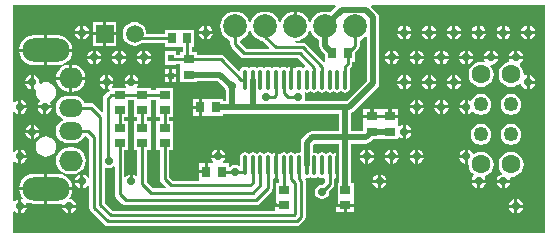
<source format=gtl>
%FSTAX23Y23*%
%MOIN*%
%SFA1B1*%

%IPPOS*%
%ADD15C,0.010000*%
%ADD16R,0.027560X0.037400*%
%ADD17R,0.037400X0.027560*%
%ADD18C,0.078740*%
%ADD19R,0.019680X0.023620*%
%ADD20O,0.015750X0.064960*%
%ADD37C,0.019680*%
%ADD38O,0.078740X0.068900*%
%ADD39O,0.078740X0.059060*%
%ADD40O,0.157480X0.078740*%
%ADD41C,0.062990*%
%ADD42C,0.049210*%
%ADD43R,0.059060X0.059060*%
%ADD44C,0.059060*%
%ADD45C,0.027560*%
%LNmidi_stick-1*%
%LPD*%
G36*
X04601Y02555D02*
X0283D01*
Y02627*
X02834Y02629*
X02835Y02628*
X02843Y02623*
X02847Y02622*
Y02645*
Y02668*
X02843Y02668*
X02835Y02662*
X02834Y02662*
X0283Y02663*
Y02793*
X02834Y02794*
X02835Y02793*
X02843Y02788*
X02847Y02787*
Y02811*
Y02834*
X02843Y02833*
X02835Y02828*
X02834Y02827*
X0283Y02828*
Y02958*
X02834Y02959*
X02835Y02959*
X02843Y02953*
X02847Y02953*
Y02976*
Y02999*
X02843Y02998*
X02835Y02993*
X02834Y02992*
X0283Y02994*
Y03315*
X03904*
X03906Y0331*
X03887Y03291*
X03882Y03293*
X0387Y03294*
X03857Y03293*
X03845Y03288*
X03834Y0328*
X03826Y03269*
X03822Y03259*
X03817*
X03813Y03269*
X03805Y0328*
X03794Y03288*
X03782Y03293*
X03775Y03294*
Y03245*
X03765*
Y03294*
X03757Y03293*
X03745Y03288*
X03734Y0328*
X03726Y03269*
X03722Y03259*
X03717*
X03713Y03269*
X03705Y0328*
X03694Y03288*
X03682Y03293*
X0367Y03294*
X03657Y03293*
X03645Y03288*
X03634Y0328*
X03626Y03269*
X03622Y03259*
X03617*
X03613Y03269*
X03605Y0328*
X03594Y03288*
X03582Y03293*
X0357Y03294*
X03557Y03293*
X03545Y03288*
X03534Y0328*
X03526Y03269*
X03521Y03257*
X0352Y03245*
X03521Y03232*
X03526Y0322*
X03534Y03209*
X03545Y03201*
X03554Y03197*
Y03185*
X03555Y03179*
X03559Y03174*
X03589Y03144*
X03594Y0314*
X036Y03139*
X03778*
X03804Y03114*
X03802Y03109*
X03801Y03109*
X03795Y03105*
X03789Y03109*
X03782Y0311*
X03775Y03109*
X0377Y03105*
X03764Y03109*
X03762Y03109*
Y03067*
X03752*
Y03109*
X0375Y03109*
X03744Y03105*
X03738Y03109*
X03731Y0311*
X03724Y03109*
X03718Y03105*
X03713Y03109*
X03706Y0311*
X03699Y03109*
X03693Y03105*
X03687Y03109*
X0368Y0311*
X03673Y03109*
X03667Y03105*
X03661Y03109*
X03654Y0311*
X03647Y03109*
X03642Y03105*
X03636Y03109*
X03629Y0311*
X03622Y03109*
X03616Y03105*
X0361Y03109*
X03603Y0311*
X03596Y03109*
X0359Y03105*
X03587Y03099*
X03582Y03097*
X03533Y03146*
X03528Y03149*
X03522Y0315*
X03443*
Y03159*
X03425*
Y03176*
X03434*
Y03233*
X03388*
X03386*
X03383*
X03381*
X03335*
Y0322*
X03274*
X03273Y0323*
X03269Y03239*
X03263Y03248*
X03254Y03254*
X03245Y03258*
X03235Y03259*
X03224Y03258*
X03215Y03254*
X03206Y03248*
X032Y03239*
X03196Y0323*
X03195Y0322*
X03196Y03209*
X032Y032*
X03206Y03191*
X03215Y03185*
X03224Y03181*
X03235Y0318*
X03245Y03181*
X03254Y03185*
X0326Y03189*
X03335*
Y03176*
X03381*
X03383*
X03386*
X03388*
X03395*
Y03159*
X03386*
Y0315*
X03374*
Y03161*
X03335*
Y03117*
X03374*
Y0312*
X03386*
Y03111*
Y03108*
Y0306*
X03443*
Y03064*
X0351*
X03535Y03039*
X03536Y03035*
X03538Y03032*
Y02995*
X03528*
Y03003*
X03482*
X03481*
X03477*
X03476*
X03458*
Y02975*
Y02946*
X03476*
X03477*
X03481*
X03482*
X03528*
Y02954*
X03916*
Y02895*
X03826*
X03818Y02893*
X03811Y02889*
X03794Y02871*
X03789Y02865*
X03788Y02857*
Y02827*
X03784Y02824*
X03782Y02825*
X03775Y02823*
X0377Y02819*
X03764Y02823*
X03757Y02825*
X0375Y02823*
X03744Y02819*
X03738Y02823*
X03731Y02825*
X03724Y02823*
X03718Y02819*
X03713Y02823*
X03711Y02824*
Y02782*
Y0274*
X03711Y0274*
X03716Y02737*
Y02724*
X03702*
Y02676*
Y02673*
Y02654*
X03731*
Y02644*
X03702*
Y0263*
X03161*
X03135Y02656*
Y02773*
X03139Y02775*
X0314Y02774*
X0315Y02772*
X03159Y02774*
X03164Y02778*
X03169Y02775*
Y02685*
X0317Y02679*
X03174Y02674*
X03194Y02654*
X03199Y0265*
X03205Y02649*
X0364*
X03645Y0265*
X0365Y02654*
X03691Y02694*
X03694Y02699*
X03695Y02705*
Y02737*
X037Y0274*
X03701Y0274*
Y02782*
Y02824*
X03699Y02823*
X03693Y02819*
X03687Y02823*
X0368Y02825*
X03673Y02823*
X03667Y02819*
X03661Y02823*
X03654Y02825*
X03647Y02823*
X03642Y02819*
X03636Y02823*
X03629Y02825*
X03622Y02823*
X03616Y02819*
X0361Y02823*
X03603Y02825*
X03596Y02823*
X0359Y02819*
X03586Y02813*
X03585Y02806*
Y02782*
X03581Y02779*
X03579Y02781*
X0357Y02782*
X0356Y02781*
X03554Y02776*
X03549Y02778*
X03549Y02779*
Y02788*
X03531*
X0353Y02793*
X0353Y02793*
X03536Y02801*
X03537Y02806*
X0349*
X03491Y02801*
X03496Y02793*
X03496Y02793*
X03495Y02788*
X03479*
Y0276*
X03474*
Y02755*
X0345*
Y02731*
X03446Y0273*
X03361*
X0335Y02741*
Y02831*
X03363*
Y02877*
Y02878*
Y02882*
Y02883*
Y02929*
X0335*
Y02941*
X03363*
Y02987*
Y02988*
Y02992*
Y02993*
Y03039*
X03306*
Y03031*
X03288*
Y03039*
X03246*
X03243Y03044*
X03246Y03049*
X03247Y03054*
X03201*
X03202Y03049*
X03205Y03044*
X03202Y03039*
X03163*
X0316Y03044*
X03164Y03049*
X03164Y03054*
X03146*
Y03035*
X03148Y03036*
X03152Y03032*
X03152Y0303*
X0315Y0303*
X03145Y03026*
X03134Y03015*
X0313Y0301*
X03129Y03004*
Y02962*
X03125Y0296*
X031Y02985*
X03095Y02988*
X0309Y02989*
X03068*
X03066Y02994*
X03059Y03002*
X03051Y03008*
X03042Y03012*
X03031Y03014*
X03012*
X03001Y03012*
X02992Y03008*
X02983Y03002*
X02977Y02994*
X02973Y02984*
X02972Y02974*
X02973Y02964*
X02977Y02954*
X02983Y02946*
X02992Y02939*
X02997Y02937*
Y02932*
X02992Y0293*
X02983Y02923*
X02977Y02915*
X02973Y02905*
X02972Y02895*
X02973Y02885*
X02977Y02875*
X02983Y02867*
X02992Y02861*
X03001Y02857*
X03012Y02855*
X03031*
X03042Y02857*
X03051Y02861*
X03059Y02867*
X03066Y02875*
X03068Y0288*
X03073*
X03084Y02868*
Y02741*
X03079Y0274*
X03076Y02745*
X03068Y0275*
X03064Y02751*
Y02728*
Y02705*
X03068Y02705*
X03076Y02711*
X03079Y02716*
X03084Y02714*
Y0264*
X03085Y02634*
X03089Y02629*
X03134Y02584*
X03139Y0258*
X03145Y02579*
X03775*
X0378Y0258*
X03785Y02584*
X038Y02599*
X03804Y02604*
X03805Y0261*
Y0273*
X03804Y02735*
X03805Y02737*
X03807Y02739*
X03808Y02739*
X03815Y0274*
X03821Y02744*
X03827Y0274*
X03833Y02739*
X0384Y0274*
X03846Y02744*
X03852Y0274*
X03859Y02739*
X03864Y0274*
X03869Y02737*
Y02725*
X03862Y02717*
X0386Y02717*
X0385Y02716*
X03842Y0271*
X03837Y02702*
X03835Y02693*
X03837Y02684*
X03842Y02676*
X0385Y02671*
X0386Y02669*
X03869Y02671*
X03877Y02676*
X03882Y02684*
X03884Y02693*
X03883Y02695*
X03895Y02708*
X03899Y02713*
X039Y02718*
Y02737*
X03905Y0274*
X03905Y0274*
Y02782*
Y02824*
X03903Y02823*
X03897Y02819*
X03892Y02823*
X03885Y02825*
X03878Y02823*
X03872Y02819*
X03866Y02823*
X03859Y02825*
X03852Y02823*
X03846Y02819*
X0384Y02823*
X03833Y02825*
X03832Y02824*
X03828Y02827*
Y02849*
X03834Y02854*
X03916*
Y02827*
X03915Y02827*
Y02782*
Y02736*
X03916Y02736*
Y02724*
X03907*
Y02678*
Y02676*
Y02673*
Y02671*
Y02654*
X03936*
X03965*
Y02671*
Y02673*
Y02676*
Y02678*
Y02724*
X03956*
Y02782*
Y02854*
X04005*
X04013Y02856*
X04019Y0286*
X04029Y0287*
X04053*
X04056*
X04113*
Y02872*
X04118Y02875*
X04124Y02871*
X04128Y0287*
Y02893*
Y02916*
X04124Y02916*
X04118Y02912*
X04113Y02914*
Y02918*
Y02921*
Y02923*
Y0294*
X04085*
Y02945*
X0408*
Y02969*
X04058*
X04055*
X04051*
X0403*
Y02945*
X04025*
Y0294*
X03996*
Y02923*
Y02921*
Y02918*
Y02916*
Y02895*
X03956*
Y02956*
X03957Y02956*
X03964Y0296*
X04044Y0304*
X04048Y03047*
X0405Y03055*
Y03275*
X04048Y03282*
X04044Y03289*
X04023Y0331*
X04025Y03315*
X04601*
Y02555*
G37*
G36*
X03626Y0322D02*
X03634Y03209D01*
X03645Y03201*
X03657Y03196*
X03662Y03196*
X03683Y03174*
X03681Y0317*
X03606*
X03585Y03191*
Y03197*
X03594Y03201*
X03605Y03209*
X03613Y0322*
X03617Y0323*
X03622*
X03626Y0322*
G37*
G36*
X03826D02*
X03834Y03209D01*
X03845Y03201*
X03849Y03199*
Y03179*
X03851Y03171*
X03855Y03165*
X0387Y0315*
Y03128*
X03865Y03125*
X03805Y03185*
X038Y03189*
X03795Y0319*
X03771*
X0377Y03195*
X03782Y03196*
X03794Y03201*
X03805Y03209*
X03813Y0322*
X03817Y0323*
X03822*
X03826Y0322*
G37*
G36*
X04008Y03208D02*
X04009Y03208D01*
Y03063*
X03941Y02995*
X03804*
X03801Y02999*
X03802Y03*
X03804Y0301*
X03802Y03019*
X03801Y03021*
X03804Y03025*
X03808Y03024*
X03815Y03026*
X03821Y0303*
X03827Y03026*
X03833Y03024*
X0384Y03026*
X03846Y0303*
X03852Y03026*
X03859Y03024*
X03866Y03026*
X03872Y0303*
X03878Y03026*
X03885Y03024*
X03892Y03026*
X03897Y0303*
X03903Y03026*
X0391Y03024*
X03917Y03026*
X03923Y0303*
X03929Y03026*
X03936Y03024*
X03943Y03026*
X03949Y0303*
X03953Y03036*
X03954Y03043*
Y03092*
X03953Y03099*
X03951Y03101*
Y03105*
X03956Y03109*
X03959Y03114*
X0396Y0312*
Y03126*
X03969*
Y03157*
X0398Y03168*
X03984Y03173*
X03985Y03179*
Y03197*
X03994Y03201*
X04004Y03209*
X04008Y03208*
G37*
G36*
X03231Y02993D02*
Y02992D01*
Y02988*
Y02987*
Y02941*
X03244*
Y02929*
X03231*
Y02883*
Y02882*
Y02878*
Y02877*
Y02831*
X03244*
Y02749*
X03239Y02746*
X03233Y0275*
X03229Y02751*
Y02728*
X03219*
Y02751*
X03215Y0275*
X03207Y02745*
X03205Y02742*
X032Y02744*
Y02831*
X03213*
Y02878*
Y02882*
Y02929*
X032*
Y02941*
X03213*
Y02988*
Y02992*
Y03*
X03231*
Y02993*
G37*
G36*
X03306D02*
Y02992D01*
Y02988*
Y02987*
Y02941*
X03319*
Y02929*
X03306*
Y02883*
Y02882*
Y02878*
Y02877*
Y02831*
X03319*
Y02735*
X0332Y02729*
X03324Y02724*
X03338Y02709*
X03336Y02705*
X03296*
X03275Y02726*
Y02831*
X03288*
Y02877*
Y02878*
Y02882*
Y02883*
Y02929*
X03275*
Y02941*
X03288*
Y02987*
Y02988*
Y02992*
Y02993*
Y03*
X03306*
Y02993*
G37*
%LNmidi_stick-2*%
%LPC*%
G36*
X04552Y03247D02*
Y03229D01*
X0457*
X04569Y03233*
X04564Y03241*
X04556Y03246*
X04552Y03247*
G37*
G36*
X04542D02*
X04537Y03246D01*
X0453Y03241*
X04524Y03233*
X04523Y03229*
X04542*
Y03247*
G37*
G36*
X04469D02*
Y03229D01*
X04487*
X04486Y03233*
X04481Y03241*
X04473Y03246*
X04469Y03247*
G37*
G36*
X04459D02*
X04455Y03246D01*
X04447Y03241*
X04442Y03233*
X04441Y03229*
X04459*
Y03247*
G37*
G36*
X04386D02*
Y03229D01*
X04405*
X04404Y03233*
X04399Y03241*
X04391Y03246*
X04386Y03247*
G37*
G36*
X04376D02*
X04372Y03246D01*
X04364Y03241*
X04359Y03233*
X04358Y03229*
X04376*
Y03247*
G37*
G36*
X04304D02*
Y03229D01*
X04322*
X04321Y03233*
X04316Y03241*
X04308Y03246*
X04304Y03247*
G37*
G36*
X04294D02*
X04289Y03246D01*
X04282Y03241*
X04276Y03233*
X04275Y03229*
X04294*
Y03247*
G37*
G36*
X04221D02*
Y03229D01*
X04239*
X04238Y03233*
X04233Y03241*
X04225Y03246*
X04221Y03247*
G37*
G36*
X04211D02*
X04207Y03246D01*
X04199Y03241*
X04194Y03233*
X04193Y03229*
X04211*
Y03247*
G37*
G36*
X04138D02*
Y03229D01*
X04157*
X04156Y03233*
X04151Y03241*
X04143Y03246*
X04138Y03247*
G37*
G36*
X04128D02*
X04124Y03246D01*
X04116Y03241*
X04111Y03233*
X0411Y03229*
X04128*
Y03247*
G37*
G36*
X03477D02*
Y03229D01*
X03495*
X03494Y03233*
X03489Y03241*
X03481Y03246*
X03477Y03247*
G37*
G36*
X03467D02*
X03463Y03246D01*
X03455Y03241*
X0345Y03233*
X03449Y03229*
X03467*
Y03247*
G37*
G36*
X03064D02*
Y03229D01*
X03082*
X03081Y03233*
X03076Y03241*
X03068Y03246*
X03064Y03247*
G37*
G36*
X03054D02*
X03049Y03246D01*
X03041Y03241*
X03036Y03233*
X03035Y03229*
X03054*
Y03247*
G37*
G36*
X03174Y03259D02*
X0314D01*
Y03225*
X03174*
Y03259*
G37*
G36*
X0313D02*
X03095D01*
Y03225*
X0313*
Y03259*
G37*
G36*
X0457Y03219D02*
X04552D01*
Y03201*
X04556Y03202*
X04564Y03207*
X04569Y03215*
X0457Y03219*
G37*
G36*
X04542D02*
X04523D01*
X04524Y03215*
X0453Y03207*
X04537Y03202*
X04542Y03201*
Y03219*
G37*
G36*
X04487D02*
X04469D01*
Y03201*
X04473Y03202*
X04481Y03207*
X04486Y03215*
X04487Y03219*
G37*
G36*
X04459D02*
X04441D01*
X04442Y03215*
X04447Y03207*
X04455Y03202*
X04459Y03201*
Y03219*
G37*
G36*
X04405D02*
X04386D01*
Y03201*
X04391Y03202*
X04399Y03207*
X04404Y03215*
X04405Y03219*
G37*
G36*
X04376D02*
X04358D01*
X04359Y03215*
X04364Y03207*
X04372Y03202*
X04376Y03201*
Y03219*
G37*
G36*
X04322D02*
X04304D01*
Y03201*
X04308Y03202*
X04316Y03207*
X04321Y03215*
X04322Y03219*
G37*
G36*
X04294D02*
X04275D01*
X04276Y03215*
X04282Y03207*
X04289Y03202*
X04294Y03201*
Y03219*
G37*
G36*
X04239D02*
X04221D01*
Y03201*
X04225Y03202*
X04233Y03207*
X04238Y03215*
X04239Y03219*
G37*
G36*
X04211D02*
X04193D01*
X04194Y03215*
X04199Y03207*
X04207Y03202*
X04211Y03201*
Y03219*
G37*
G36*
X04157D02*
X04138D01*
Y03201*
X04143Y03202*
X04151Y03207*
X04156Y03215*
X04157Y03219*
G37*
G36*
X04128D02*
X0411D01*
X04111Y03215*
X04116Y03207*
X04124Y03202*
X04128Y03201*
Y03219*
G37*
G36*
X03495D02*
X03477D01*
Y03201*
X03481Y03202*
X03489Y03207*
X03494Y03215*
X03495Y03219*
G37*
G36*
X03467D02*
X03449D01*
X0345Y03215*
X03455Y03207*
X03463Y03202*
X03467Y03201*
Y03219*
G37*
G36*
X03082D02*
X03064D01*
Y03201*
X03068Y03202*
X03076Y03207*
X03081Y03215*
X03082Y03219*
G37*
G36*
X03054D02*
X03035D01*
X03036Y03215*
X03041Y03207*
X03049Y03202*
X03054Y03201*
Y03219*
G37*
G36*
X03174Y03215D02*
X0314D01*
Y0318*
X03174*
Y03215*
G37*
G36*
X0313D02*
X03095D01*
Y0318*
X0313*
Y03215*
G37*
G36*
X02978Y03215D02*
X02944D01*
Y0317*
X03027*
X03026Y03178*
X03021Y0319*
X03013Y032*
X03003Y03208*
X02991Y03213*
X02978Y03215*
G37*
G36*
X02934D02*
X02899D01*
X02886Y03213*
X02874Y03208*
X02864Y032*
X02856Y0319*
X02851Y03178*
X0285Y0317*
X02934*
Y03215*
G37*
G36*
X0451Y03164D02*
Y03146D01*
X04529*
X04528Y03151*
X04523Y03158*
X04515Y03164*
X0451Y03164*
G37*
G36*
X045D02*
X04496Y03164D01*
X04488Y03158*
X04483Y03151*
X04482Y03146*
X045*
Y03164*
G37*
G36*
X04428D02*
Y03146D01*
X04446*
X04445Y03151*
X0444Y03158*
X04432Y03164*
X04428Y03164*
G37*
G36*
X04418D02*
X04413Y03164D01*
X04406Y03158*
X044Y03151*
X04399Y03146*
X04418*
Y03164*
G37*
G36*
X04345D02*
Y03146D01*
X04363*
X04362Y03151*
X04357Y03158*
X04349Y03164*
X04345Y03164*
G37*
G36*
X04335D02*
X04331Y03164D01*
X04323Y03158*
X04318Y03151*
X04317Y03146*
X04335*
Y03164*
G37*
G36*
X04262D02*
Y03146D01*
X04281*
X0428Y03151*
X04275Y03158*
X04267Y03164*
X04262Y03164*
G37*
G36*
X04252D02*
X04248Y03164D01*
X0424Y03158*
X04235Y03151*
X04234Y03146*
X04252*
Y03164*
G37*
G36*
X0418D02*
Y03146D01*
X04198*
X04197Y03151*
X04192Y03158*
X04184Y03164*
X0418Y03164*
G37*
G36*
X0417D02*
X04165Y03164D01*
X04158Y03158*
X04152Y03151*
X04151Y03146*
X0417*
Y03164*
G37*
G36*
X04097D02*
Y03146D01*
X04115*
X04114Y03151*
X04109Y03158*
X04101Y03164*
X04097Y03164*
G37*
G36*
X04087D02*
X04083Y03164D01*
X04075Y03158*
X0407Y03151*
X04069Y03146*
X04087*
Y03164*
G37*
G36*
X0327D02*
Y03146D01*
X03289*
X03288Y03151*
X03282Y03158*
X03275Y03164*
X0327Y03164*
G37*
G36*
X0326D02*
X03256Y03164D01*
X03248Y03158*
X03243Y03151*
X03242Y03146*
X0326*
Y03164*
G37*
G36*
X03188D02*
Y03146D01*
X03206*
X03205Y03151*
X032Y03158*
X03192Y03164*
X03188Y03164*
G37*
G36*
X03178D02*
X03173Y03164D01*
X03165Y03158*
X0316Y03151*
X03159Y03146*
X03178*
Y03164*
G37*
G36*
X03105D02*
Y03146D01*
X03123*
X03122Y03151*
X03117Y03158*
X03109Y03164*
X03105Y03164*
G37*
G36*
X03095D02*
X03091Y03164D01*
X03083Y03158*
X03078Y03151*
X03077Y03146*
X03095*
Y03164*
G37*
G36*
X04446Y03136D02*
X04399D01*
X044Y03132*
X04402Y0313*
X04402Y03128*
X04399Y03125*
X0439Y03126*
X04379Y03125*
X04369Y03121*
X0436Y03114*
X04353Y03105*
X04349Y03095*
X04348Y03085*
X04349Y03074*
X04353Y03064*
X0436Y03055*
X04369Y03048*
X04379Y03044*
X0439Y03043*
X044Y03044*
X0441Y03048*
X04419Y03055*
X04426Y03064*
X0443Y03074*
X04431Y03085*
X0443Y03095*
X04426Y03105*
X0442Y03112*
X04422Y03115*
X04423Y03117*
X04432Y03119*
X0444Y03124*
X04445Y03132*
X04446Y03136*
G37*
G36*
X04363D02*
X04345D01*
Y03118*
X04349Y03119*
X04357Y03124*
X04362Y03132*
X04363Y03136*
G37*
G36*
X04335D02*
X04317D01*
X04318Y03132*
X04323Y03124*
X04331Y03119*
X04335Y03118*
Y03136*
G37*
G36*
X04281D02*
X04262D01*
Y03118*
X04267Y03119*
X04275Y03124*
X0428Y03132*
X04281Y03136*
G37*
G36*
X04252D02*
X04234D01*
X04235Y03132*
X0424Y03124*
X04248Y03119*
X04252Y03118*
Y03136*
G37*
G36*
X04198D02*
X0418D01*
Y03118*
X04184Y03119*
X04192Y03124*
X04197Y03132*
X04198Y03136*
G37*
G36*
X0417D02*
X04151D01*
X04152Y03132*
X04158Y03124*
X04165Y03119*
X0417Y03118*
Y03136*
G37*
G36*
X04115D02*
X04097D01*
Y03118*
X04101Y03119*
X04109Y03124*
X04114Y03132*
X04115Y03136*
G37*
G36*
X04087D02*
X04069D01*
X0407Y03132*
X04075Y03124*
X04083Y03119*
X04087Y03118*
Y03136*
G37*
G36*
X03289D02*
X0327D01*
Y03118*
X03275Y03119*
X03282Y03124*
X03288Y03132*
X03289Y03136*
G37*
G36*
X0326D02*
X03242D01*
X03243Y03132*
X03248Y03124*
X03256Y03119*
X0326Y03118*
Y03136*
G37*
G36*
X03206D02*
X03188D01*
Y03118*
X03192Y03119*
X032Y03124*
X03205Y03132*
X03206Y03136*
G37*
G36*
X03178D02*
X03159D01*
X0316Y03132*
X03165Y03124*
X03173Y03119*
X03178Y03118*
Y03136*
G37*
G36*
X03123D02*
X03105D01*
Y03118*
X03109Y03119*
X03117Y03124*
X03122Y03132*
X03123Y03136*
G37*
G36*
X03095D02*
X03077D01*
X03078Y03132*
X03083Y03124*
X03091Y03119*
X03095Y03118*
Y03136*
G37*
G36*
X03027Y0316D02*
X02944D01*
Y03115*
X02978*
X02991Y03117*
X03003Y03122*
X03013Y0313*
X03021Y0314*
X03026Y03152*
X03027Y0316*
G37*
G36*
X02934D02*
X0285D01*
X02851Y03152*
X02856Y0314*
X02864Y0313*
X02874Y03122*
X02886Y03117*
X02899Y03115*
X02934*
Y0316*
G37*
G36*
X03374Y03102D02*
X0336D01*
Y03085*
X03374*
Y03102*
G37*
G36*
X0335D02*
X03335D01*
Y03085*
X0335*
Y03102*
G37*
G36*
X03026Y03117D02*
Y03077D01*
X0307*
X0307Y03084*
X03065Y03095*
X03058Y03104*
X03049Y03111*
X03038Y03116*
X03026Y03117*
G37*
G36*
X03016D02*
X03005Y03116D01*
X02994Y03111*
X02985Y03104*
X02978Y03095*
X02973Y03084*
X02972Y03077*
X03016*
Y03117*
G37*
G36*
X04552Y03082D02*
Y03064D01*
X0457*
X04569Y03068*
X04564Y03076*
X04556Y03081*
X04552Y03082*
G37*
G36*
X04304D02*
Y03064D01*
X04322*
X04321Y03068*
X04316Y03076*
X04308Y03081*
X04304Y03082*
G37*
G36*
X04294D02*
X04289Y03081D01*
X04282Y03076*
X04276Y03068*
X04275Y03064*
X04294*
Y03082*
G37*
G36*
X04221D02*
Y03064D01*
X04239*
X04238Y03068*
X04233Y03076*
X04225Y03081*
X04221Y03082*
G37*
G36*
X04211D02*
X04207Y03081D01*
X04199Y03076*
X04194Y03068*
X04193Y03064*
X04211*
Y03082*
G37*
G36*
X04138D02*
Y03064D01*
X04157*
X04156Y03068*
X04151Y03076*
X04143Y03081*
X04138Y03082*
G37*
G36*
X04128D02*
X04124Y03081D01*
X04116Y03076*
X04111Y03068*
X0411Y03064*
X04128*
Y03082*
G37*
G36*
X03229D02*
Y03064D01*
X03247*
X03246Y03068*
X03241Y03076*
X03233Y03081*
X03229Y03082*
G37*
G36*
X03219D02*
X03215Y03081D01*
X03207Y03076*
X03202Y03068*
X03201Y03064*
X03219*
Y03082*
G37*
G36*
X03146D02*
Y03064D01*
X03164*
X03164Y03068*
X03158Y03076*
X03151Y03081*
X03146Y03082*
G37*
G36*
X03136D02*
X03132Y03081D01*
X03124Y03076*
X03119Y03068*
X03118Y03064*
X03136*
Y03082*
G37*
G36*
X02888D02*
X02884Y03081D01*
X02876Y03076*
X02871Y03068*
X0287Y03064*
X02888*
Y03082*
G37*
G36*
X03374Y03075D02*
X0336D01*
Y03058*
X03374*
Y03075*
G37*
G36*
X0335D02*
X03335D01*
Y03058*
X0335*
Y03075*
G37*
G36*
X0457Y03054D02*
X04552D01*
Y03035*
X04556Y03036*
X04564Y03041*
X04569Y03049*
X0457Y03054*
G37*
G36*
X04529Y03136D02*
X04482D01*
X04483Y03132*
X04484Y0313*
X04482Y03125*
X04479Y03125*
X04469Y03121*
X0446Y03114*
X04453Y03105*
X04449Y03095*
X04448Y03085*
X04449Y03074*
X04453Y03064*
X0446Y03055*
X04469Y03048*
X04479Y03044*
X0449Y03043*
X045Y03044*
X0451Y03048*
X04518Y03054*
X04522Y03054*
X04524Y03053*
X04524Y03049*
X0453Y03041*
X04537Y03036*
X04542Y03035*
Y03059*
Y03082*
X04537Y03081*
X04535Y0308*
X04531Y03082*
X04531Y03085*
X0453Y03095*
X04526Y03105*
X04519Y03114*
X04518Y03115*
X04518Y03121*
X04523Y03124*
X04528Y03132*
X04529Y03136*
G37*
G36*
X04322Y03054D02*
X04304D01*
Y03035*
X04308Y03036*
X04316Y03041*
X04321Y03049*
X04322Y03054*
G37*
G36*
X04294D02*
X04275D01*
X04276Y03049*
X04282Y03041*
X04289Y03036*
X04294Y03035*
Y03054*
G37*
G36*
X04239D02*
X04221D01*
Y03035*
X04225Y03036*
X04233Y03041*
X04238Y03049*
X04239Y03054*
G37*
G36*
X04211D02*
X04193D01*
X04194Y03049*
X04199Y03041*
X04207Y03036*
X04211Y03035*
Y03054*
G37*
G36*
X04157D02*
X04138D01*
Y03035*
X04143Y03036*
X04151Y03041*
X04156Y03049*
X04157Y03054*
G37*
G36*
X04128D02*
X0411D01*
X04111Y03049*
X04116Y03041*
X04124Y03036*
X04128Y03035*
Y03054*
G37*
G36*
X03136D02*
X03118D01*
X03119Y03049*
X03124Y03041*
X03132Y03036*
X03136Y03035*
Y03054*
G37*
G36*
X02888D02*
X0287D01*
X02871Y03049*
X02876Y03041*
X02884Y03036*
X02888Y03035*
Y03054*
G37*
G36*
X0307Y03067D02*
X03026D01*
Y03027*
X03038Y03029*
X03049Y03033*
X03058Y03041*
X03065Y0305*
X0307Y03061*
X0307Y03067*
G37*
G36*
X03016D02*
X02972D01*
X02973Y03061*
X02978Y0305*
X02985Y03041*
X02994Y03033*
X03005Y03029*
X03016Y03027*
Y03067*
G37*
G36*
X0439Y03019D02*
X0438Y03018D01*
X04372Y03015*
X04365Y03009*
X04359Y03002*
X04357Y02998*
X04353Y02996*
X04349Y02998*
X04345Y02999*
Y02976*
Y02953*
X04349Y02953*
X04357Y02959*
X04359Y02961*
X04364Y02961*
X04365Y0296*
X04372Y02954*
X0438Y02951*
X0439Y0295*
X04399Y02951*
X04407Y02954*
X04414Y0296*
X0442Y02967*
X04423Y02975*
X04424Y02985*
X04423Y02994*
X0442Y03002*
X04414Y03009*
X04407Y03015*
X04399Y03018*
X0439Y03019*
G37*
G36*
X04335Y02999D02*
X04331Y02998D01*
X04323Y02993*
X04318Y02985*
X04317Y02981*
X04335*
Y02999*
G37*
G36*
X04262D02*
Y02981D01*
X04281*
X0428Y02985*
X04275Y02993*
X04267Y02998*
X04262Y02999*
G37*
G36*
X04252D02*
X04248Y02998D01*
X0424Y02993*
X04235Y02985*
X04234Y02981*
X04252*
Y02999*
G37*
G36*
X0418D02*
Y02981D01*
X04198*
X04197Y02985*
X04192Y02993*
X04184Y02998*
X0418Y02999*
G37*
G36*
X0417D02*
X04165Y02998D01*
X04158Y02993*
X04152Y02985*
X04151Y02981*
X0417*
Y02999*
G37*
G36*
X02898Y03082D02*
Y03059D01*
Y03035*
X02901Y03036*
X02903Y03035*
X02904Y03034*
X02906Y03032*
X02905Y03025*
X02906Y03016*
X02909Y03008*
X02915Y03001*
X02918Y02998*
X02918Y02993*
X02917Y02993*
X02912Y02985*
X02911Y02981*
X02958*
X02957Y02985*
X02954Y0299*
X02956Y02996*
X02963Y03001*
X02968Y03008*
X02971Y03016*
X02973Y03025*
X02971Y03034*
X02968Y03042*
X02963Y03049*
X02956Y03054*
X02947Y03058*
X02939Y03059*
X0293Y03058*
X02922Y03054*
X02921Y03054*
X02917Y03057*
X02917Y03059*
X02916Y03068*
X0291Y03076*
X02902Y03081*
X02898Y03082*
G37*
G36*
X02857Y02999D02*
Y02981D01*
X02875*
X02874Y02985*
X02869Y02993*
X02861Y02998*
X02857Y02999*
G37*
G36*
X03448Y03003D02*
X0343D01*
Y0298*
X03448*
Y03003*
G37*
G36*
X04335Y02971D02*
X04317D01*
X04318Y02967*
X04323Y02959*
X04331Y02953*
X04335Y02953*
Y02971*
G37*
G36*
X04281D02*
X04262D01*
Y02953*
X04267Y02953*
X04275Y02959*
X0428Y02967*
X04281Y02971*
G37*
G36*
X04252D02*
X04234D01*
X04235Y02967*
X0424Y02959*
X04248Y02953*
X04252Y02953*
Y02971*
G37*
G36*
X04198D02*
X0418D01*
Y02953*
X04184Y02953*
X04192Y02959*
X04197Y02967*
X04198Y02971*
G37*
G36*
X0417D02*
X04151D01*
X04152Y02967*
X04158Y02959*
X04165Y02953*
X0417Y02953*
Y02971*
G37*
G36*
X02958D02*
X0294D01*
Y02953*
X02944Y02953*
X02952Y02959*
X02957Y02967*
X02958Y02971*
G37*
G36*
X0293D02*
X02911D01*
X02912Y02967*
X02917Y02959*
X02925Y02953*
X0293Y02953*
Y02971*
G37*
G36*
X02875D02*
X02857D01*
Y02953*
X02861Y02953*
X02869Y02959*
X02874Y02967*
X02875Y02971*
G37*
G36*
X0409Y02969D02*
Y0295D01*
X04113*
Y02969*
X0409*
G37*
G36*
X0402D02*
X03996D01*
Y0295*
X0402*
Y02969*
G37*
G36*
X0449Y03019D02*
X0448Y03018D01*
X04472Y03015*
X04465Y03009*
X04459Y03002*
X04456Y02994*
X04455Y02985*
X04456Y02975*
X04459Y02967*
X04465Y0296*
X04472Y02954*
X0448Y02951*
X0449Y0295*
X04499Y02951*
X04507Y02954*
X04514Y0296*
X0452Y02967*
X04523Y02975*
X04524Y02985*
X04523Y02994*
X0452Y03002*
X04514Y03009*
X04507Y03015*
X04499Y03018*
X0449Y03019*
G37*
G36*
X03448Y0297D02*
X0343D01*
Y02946*
X03448*
Y0297*
G37*
G36*
X04138Y02916D02*
Y02898D01*
X04157*
X04156Y02902*
X04151Y0291*
X04143Y02916*
X04138Y02916*
G37*
G36*
X02898D02*
Y02898D01*
X02916*
X02916Y02902*
X0291Y0291*
X02902Y02916*
X02898Y02916*
G37*
G36*
X02888D02*
X02884Y02916D01*
X02876Y0291*
X02871Y02902*
X0287Y02898*
X02888*
Y02916*
G37*
G36*
X04157Y02888D02*
X04138D01*
Y0287*
X04143Y02871*
X04151Y02876*
X04156Y02884*
X04157Y02888*
G37*
G36*
X02916D02*
X02898D01*
Y0287*
X02902Y02871*
X0291Y02876*
X02916Y02884*
X02916Y02888*
G37*
G36*
X02888D02*
X0287D01*
X02871Y02884*
X02876Y02876*
X02884Y02871*
X02888Y0287*
Y02888*
G37*
G36*
X0449Y02919D02*
X0448Y02918D01*
X04472Y02915*
X04465Y02909*
X04459Y02902*
X04456Y02894*
X04455Y02885*
X04456Y02875*
X04459Y02867*
X04465Y0286*
X04472Y02854*
X0448Y02851*
X0449Y0285*
X04499Y02851*
X04507Y02854*
X04514Y0286*
X0452Y02867*
X04523Y02875*
X04524Y02885*
X04523Y02894*
X0452Y02902*
X04514Y02909*
X04507Y02915*
X04499Y02918*
X0449Y02919*
G37*
G36*
X0439D02*
X0438Y02918D01*
X04372Y02915*
X04365Y02909*
X04359Y02902*
X04356Y02894*
X04355Y02885*
X04356Y02875*
X04359Y02867*
X04365Y0286*
X04372Y02854*
X0438Y02851*
X0439Y0285*
X04399Y02851*
X04407Y02854*
X04414Y0286*
X0442Y02867*
X04423Y02875*
X04424Y02885*
X04423Y02894*
X0442Y02902*
X04414Y02909*
X04407Y02915*
X04399Y02918*
X0439Y02919*
G37*
G36*
X04335Y02834D02*
X04331Y02833D01*
X04323Y02828*
X04318Y0282*
X04317Y02816*
X04335*
Y02834*
G37*
G36*
X0418D02*
Y02816D01*
X04198*
X04197Y0282*
X04192Y02828*
X04184Y02833*
X0418Y02834*
G37*
G36*
X0417D02*
X04165Y02833D01*
X04158Y02828*
X04152Y0282*
X04151Y02816*
X0417*
Y02834*
G37*
G36*
X04097D02*
Y02816D01*
X04115*
X04114Y0282*
X04109Y02828*
X04101Y02833*
X04097Y02834*
G37*
G36*
X04087D02*
X04083Y02833D01*
X04075Y02828*
X0407Y0282*
X04069Y02816*
X04087*
Y02834*
G37*
G36*
X04014D02*
Y02816D01*
X04033*
X04032Y0282*
X04026Y02828*
X04019Y02833*
X04014Y02834*
G37*
G36*
X04004D02*
X04Y02833D01*
X03992Y02828*
X03987Y0282*
X03986Y02816*
X04004*
Y02834*
G37*
G36*
X03518D02*
Y02816D01*
X03537*
X03536Y0282*
X0353Y02828*
X03523Y02833*
X03518Y02834*
G37*
G36*
X03508D02*
X03504Y02833D01*
X03496Y02828*
X03491Y0282*
X0349Y02816*
X03508*
Y02834*
G37*
G36*
X02857D02*
Y02816D01*
X02875*
X02874Y0282*
X02869Y02828*
X02861Y02833*
X02857Y02834*
G37*
G36*
X02939Y02878D02*
X0293Y02877D01*
X02922Y02873*
X02915Y02868*
X02909Y02861*
X02906Y02853*
X02905Y02844*
X02906Y02835*
X02909Y02827*
X02915Y0282*
X02922Y02815*
X0293Y02811*
X02939Y0281*
X02947Y02811*
X02956Y02815*
X02963Y0282*
X02968Y02827*
X02971Y02835*
X02973Y02844*
X02971Y02853*
X02968Y02861*
X02963Y02868*
X02956Y02873*
X02947Y02877*
X02939Y02878*
G37*
G36*
X04335Y02806D02*
X04317D01*
X04318Y02801*
X04323Y02793*
X04331Y02788*
X04335Y02787*
Y02806*
G37*
G36*
X04198D02*
X0418D01*
Y02787*
X04184Y02788*
X04192Y02793*
X04197Y02801*
X04198Y02806*
G37*
G36*
X0417D02*
X04151D01*
X04152Y02801*
X04158Y02793*
X04165Y02788*
X0417Y02787*
Y02806*
G37*
G36*
X04115D02*
X04097D01*
Y02787*
X04101Y02788*
X04109Y02793*
X04114Y02801*
X04115Y02806*
G37*
G36*
X04087D02*
X04069D01*
X0407Y02801*
X04075Y02793*
X04083Y02788*
X04087Y02787*
Y02806*
G37*
G36*
X04033D02*
X04014D01*
Y02787*
X04019Y02788*
X04026Y02793*
X04032Y02801*
X04033Y02806*
G37*
G36*
X04004D02*
X03986D01*
X03987Y02801*
X03992Y02793*
X04Y02788*
X04004Y02787*
Y02806*
G37*
G36*
X02875D02*
X02857D01*
Y02787*
X02861Y02788*
X02869Y02793*
X02874Y02801*
X02875Y02806*
G37*
G36*
X03469Y02788D02*
X0345D01*
Y02765*
X03469*
Y02788*
G37*
G36*
X03026Y02842D02*
X03016D01*
X03005Y0284*
X02994Y02836*
X02985Y02828*
X02978Y02819*
X02973Y02808*
X02972Y02797*
X02973Y02785*
X02978Y02774*
X02985Y02765*
X02994Y02758*
X03005Y02753*
X03016Y02752*
X03026*
X03038Y02753*
X03049Y02758*
X03058Y02765*
X03065Y02774*
X0307Y02785*
X03071Y02797*
X0307Y02808*
X03065Y02819*
X03058Y02828*
X03049Y02836*
X03038Y0284*
X03026Y02842*
G37*
G36*
X0449Y02826D02*
X04479Y02825D01*
X04469Y02821*
X0446Y02814*
X04453Y02805*
X04449Y02795*
X04448Y02785*
X04449Y02774*
X04453Y02764*
X04459Y02756*
X04458Y02751*
X04455Y0275*
X04447Y02745*
X04442Y02737*
X04441Y02733*
X04487*
X04486Y02737*
X04486Y02739*
X04488Y02743*
X0449Y02743*
X045Y02744*
X0451Y02748*
X04519Y02755*
X04526Y02764*
X0453Y02774*
X04531Y02785*
X0453Y02795*
X04526Y02805*
X04519Y02814*
X0451Y02821*
X045Y02825*
X0449Y02826*
G37*
G36*
X04345Y02834D02*
Y02811D01*
Y02785*
X04348Y02783*
X04349Y02774*
X04353Y02764*
X0436Y02755*
X04365Y02751*
X04364Y02745*
X04364Y02745*
X04359Y02737*
X04358Y02733*
X04405*
X04404Y02737*
X04402Y02739*
X04404Y02746*
X0441Y02748*
X04419Y02755*
X04426Y02764*
X0443Y02774*
X04431Y02785*
X0443Y02795*
X04426Y02805*
X04419Y02814*
X0441Y02821*
X044Y02825*
X0439Y02826*
X04379Y02825*
X04369Y02821*
X04367Y0282*
X04361Y02821*
X04357Y02828*
X04349Y02833*
X04345Y02834*
G37*
G36*
X04056Y02751D02*
Y02733D01*
X04074*
X04073Y02737*
X04068Y02745*
X0406Y0275*
X04056Y02751*
G37*
G36*
X04046D02*
X04041Y0275D01*
X04034Y02745*
X04028Y02737*
X04027Y02733*
X04046*
Y02751*
G37*
G36*
X03054D02*
X03049Y0275D01*
X03041Y02745*
X03036Y02737*
X03035Y02733*
X03054*
Y02751*
G37*
G36*
X02978Y02754D02*
X02944D01*
Y02709*
X03027*
X03026Y02717*
X03021Y02729*
X03013Y02739*
X03003Y02747*
X02991Y02752*
X02978Y02754*
G37*
G36*
X02934D02*
X02899D01*
X02886Y02752*
X02874Y02747*
X02864Y02739*
X02856Y02729*
X02851Y02717*
X0285Y02709*
X02934*
Y02754*
G37*
G36*
X04487Y02723D02*
X04469D01*
Y02705*
X04473Y02705*
X04481Y02711*
X04486Y02719*
X04487Y02723*
G37*
G36*
X04459D02*
X04441D01*
X04442Y02719*
X04447Y02711*
X04455Y02705*
X04459Y02705*
Y02723*
G37*
G36*
X04405D02*
X04386D01*
Y02705*
X04391Y02705*
X04399Y02711*
X04404Y02719*
X04405Y02723*
G37*
G36*
X04376D02*
X04358D01*
X04359Y02719*
X04364Y02711*
X04372Y02705*
X04376Y02705*
Y02723*
G37*
G36*
X04074D02*
X04056D01*
Y02705*
X0406Y02705*
X04068Y02711*
X04073Y02719*
X04074Y02723*
G37*
G36*
X04046D02*
X04027D01*
X04028Y02719*
X04034Y02711*
X04041Y02705*
X04046Y02705*
Y02723*
G37*
G36*
X03054D02*
X03035D01*
X03036Y02719*
X03041Y02711*
X03049Y02705*
X03054Y02705*
Y02723*
G37*
G36*
X02934Y02699D02*
X0285D01*
X02851Y02691*
X02856Y02679*
X02861Y02673*
X02858Y02668*
X02857Y02668*
Y0265*
X02875*
X02874Y02654*
X02873Y02656*
X02876Y0266*
X02886Y02656*
X02899Y02654*
X02934*
Y02699*
G37*
G36*
X0451Y02668D02*
Y0265D01*
X04529*
X04528Y02654*
X04523Y02662*
X04515Y02668*
X0451Y02668*
G37*
G36*
X045D02*
X04496Y02668D01*
X04488Y02662*
X04483Y02654*
X04482Y0265*
X045*
Y02668*
G37*
G36*
X03027Y02699D02*
X02944D01*
Y02654*
X02978*
X0299Y02656*
X02992Y02654*
X02994Y02652*
X02994Y0265*
X0304*
X0304Y02654*
X03034Y02662*
X03027Y02668*
X0302Y02669*
X03017Y02674*
Y02674*
X03021Y02679*
X03026Y02691*
X03027Y02699*
G37*
G36*
X03965Y02644D02*
X03941D01*
Y02625*
X03965*
Y02644*
G37*
G36*
X03931D02*
X03907D01*
Y02625*
X03931*
Y02644*
G37*
G36*
X04529Y0264D02*
X0451D01*
Y02622*
X04515Y02623*
X04523Y02628*
X04528Y02636*
X04529Y0264*
G37*
G36*
X045D02*
X04482D01*
X04483Y02636*
X04488Y02628*
X04496Y02623*
X045Y02622*
Y0264*
G37*
G36*
X0304D02*
X03022D01*
Y02622*
X03027Y02623*
X03034Y02628*
X0304Y02636*
X0304Y0264*
G37*
G36*
X03012D02*
X02994D01*
X02995Y02636*
X03Y02628*
X03008Y02623*
X03012Y02622*
Y0264*
G37*
G36*
X02875D02*
X02857D01*
Y02622*
X02861Y02623*
X02869Y02628*
X02874Y02636*
X02875Y0264*
G37*
%LNmidi_stick-3*%
%LPD*%
G54D15*
X04085Y02982D02*
X04094Y02992D01*
X04085Y02945D02*
Y02982D01*
X04015Y02992D02*
X04025Y02982D01*
Y02945D02*
Y02982D01*
Y02945D02*
X04085D01*
X0357Y02758D02*
X03603D01*
X0359Y03067D02*
X03603D01*
X03522Y03135D02*
X0359Y03067D01*
X03415Y03135D02*
X03522D01*
X03603Y02758D02*
Y02782D01*
X03568Y0276D02*
X0357Y02758D01*
X03525Y0276D02*
X03568D01*
X03145Y02802D02*
Y03004D01*
Y02802D02*
X0315Y02797D01*
X03145Y03004D02*
X03156Y03016D01*
X03185*
X0386Y02693D02*
X03885Y02718D01*
Y02782*
X03745Y0301D02*
X0378D01*
X03731Y03023D02*
X03745Y0301D01*
X03672D02*
X037D01*
X03706Y03016*
X03731Y03023D02*
Y03067D01*
X03706Y03016D02*
Y03067D01*
X03358Y03135D02*
X03415D01*
X03355Y03139D02*
X03358Y03135D01*
X0341Y0314D02*
X03415Y03135D01*
X0341Y0314D02*
Y03205D01*
X0325D02*
X03359D01*
X03235Y0322D02*
X0325Y03205D01*
X03936Y03067D02*
Y03111D01*
X03945Y0312*
Y03155*
X0397Y03179*
Y03245*
X03795Y03175D02*
X03859Y0311D01*
X03705Y03175D02*
X03795D01*
X0367Y0321D02*
X03705Y03175D01*
X03859Y03067D02*
Y0311D01*
X0367Y0321D02*
Y03245D01*
X0357Y03185D02*
Y03245D01*
Y03185D02*
X036Y03155D01*
X03785*
X03833Y03106*
Y03067D02*
Y03106D01*
X03935Y0265D02*
X03936Y02649D01*
X0391Y0265D02*
X03935D01*
X03905Y02655D02*
X0391Y0265D01*
X03905Y02655D02*
Y0273D01*
X0391Y02735*
Y02782*
X03731Y027D02*
Y02782D01*
X03731Y0265D02*
X03731Y02649D01*
X03706Y0265D02*
X03731D01*
X037Y02656D02*
X03706Y0265D01*
X037Y02656D02*
Y0273D01*
X03706Y02736*
Y02782*
X0364Y02665D02*
X0368Y02705D01*
X03205Y02665D02*
X0364D01*
X03185Y02685D02*
X03205Y02665D01*
X0368Y02705D02*
Y02782D01*
X03782Y02737D02*
Y02782D01*
Y02737D02*
X0379Y0273D01*
Y0261D02*
Y0273D01*
X03775Y02595D02*
X0379Y0261D01*
X03145Y02595D02*
X03775D01*
X031Y0264D02*
X03145Y02595D01*
X031Y0264D02*
Y02875D01*
X03079Y02895D02*
X031Y02875D01*
X03021Y02895D02*
X03079D01*
X03021Y02974D02*
X0309D01*
X0312Y02944*
Y0265D02*
Y02944D01*
Y0265D02*
X03155Y02615D01*
X03765*
X0377Y0262*
Y02724*
X03757Y02737D02*
X0377Y02724D01*
X03757Y02737D02*
Y02782D01*
X0326Y03016D02*
X03335D01*
X03185D02*
X0326D01*
X03335Y02906D02*
Y02965D01*
X0326Y02906D02*
Y02965D01*
X03185Y02906D02*
Y02965D01*
Y02685D02*
Y02855D01*
X0326Y0272D02*
Y02855D01*
Y0272D02*
X0329Y0269D01*
X03629*
X03654Y02715*
Y02782*
X03335Y02735D02*
Y02855D01*
Y02735D02*
X03355Y02715D01*
X0362*
X03629Y02724*
Y02782*
G54D16*
X03525Y0276D03*
X03474D03*
X03945Y03155D03*
X03894D03*
X0341Y03205D03*
X03359D03*
X03505Y02975D03*
X03453D03*
G54D17*
X03936Y027D03*
Y02649D03*
X03731Y027D03*
Y02649D03*
X04085Y02894D03*
Y02945D03*
X04025Y02894D03*
Y02945D03*
X03415Y03084D03*
Y03135D03*
X03335Y03016D03*
Y02965D03*
X0326Y03016D03*
Y02965D03*
X03185Y03016D03*
Y02965D03*
Y02855D03*
Y02906D03*
X0326Y02855D03*
Y02906D03*
X03335Y02855D03*
Y02906D03*
G54D18*
X0357Y03245D03*
X0367D03*
X0377D03*
X0387D03*
X0397D03*
G54D19*
X03355Y03139D03*
Y0308D03*
G54D20*
X03603Y02782D03*
X03629D03*
X03654D03*
X0368D03*
X03706D03*
X03731D03*
X03757D03*
X03782D03*
X03808D03*
X03833D03*
X03859D03*
X03885D03*
X0391D03*
X03936D03*
X03603Y03067D03*
X03629D03*
X03654D03*
X0368D03*
X03706D03*
X03731D03*
X03757D03*
X03782D03*
X03808D03*
X03833D03*
X03859D03*
X03885D03*
X0391D03*
X03936D03*
G54D37*
X03558Y02975D02*
Y03045D01*
X03511Y02975D02*
X03558D01*
X0351Y02973D02*
X03511Y02975D01*
X0363D02*
X03935D01*
X03558D02*
X0363D01*
X03629Y02975D02*
X0363Y02975D01*
X03519Y03084D02*
X03558Y03045D01*
X03629Y02975D02*
Y03067D01*
X03415Y03084D02*
X03519D01*
X04005Y02875D02*
X04025Y02894D01*
X03936Y02875D02*
X04005D01*
X03935Y02975D02*
X03949D01*
X03936Y02875D02*
Y02973D01*
X03935Y02975D02*
X03936Y02973D01*
X03949Y02975D02*
X0403Y03055D01*
Y03275*
X04005Y033D02*
X0403Y03275D01*
X03925Y033D02*
X04005D01*
X0387Y03245D02*
X03925Y033D01*
X03808Y02782D02*
Y02857D01*
X03826Y02875*
X03936*
Y02782D02*
Y02875D01*
X04025Y02894D02*
X04085D01*
X0387Y03179D02*
X03894Y03155D01*
X0387Y03179D02*
Y03245D01*
X03936Y027D02*
Y02782D01*
G54D38*
X03021Y03072D03*
Y02797D03*
G54D39*
X03021Y02974D03*
Y02895D03*
G54D40*
X02939Y02704D03*
Y03165D03*
G54D41*
X0439Y03085D03*
Y02785D03*
X0449D03*
Y03085D03*
G54D42*
X0439Y02985D03*
Y02885D03*
X0449D03*
Y02985D03*
G54D43*
X03135Y0322D03*
G54D44*
X03235Y0322D03*
G54D45*
X04547Y03224D03*
Y03059D03*
X04464Y03224D03*
X04505Y03141D03*
X04464Y02728D03*
X04505Y02645D03*
X04381Y03224D03*
X04423Y03141D03*
X04381Y02728D03*
X04299Y03224D03*
X0434Y03141D03*
X04299Y03059D03*
X0434Y02976D03*
Y02811D03*
X04216Y03224D03*
X04257Y03141D03*
X04216Y03059D03*
X04257Y02976D03*
X04133Y03224D03*
X04175Y03141D03*
X04133Y03059D03*
X04175Y02976D03*
X04133Y02893D03*
X04175Y02811D03*
X04092Y03141D03*
Y02811D03*
X04051Y02728D03*
X04009Y02811D03*
X03472Y03224D03*
X03513Y02811D03*
X03265Y03141D03*
X03224Y03059D03*
Y02728D03*
X03183Y03141D03*
X03141Y03059D03*
X03059Y03224D03*
X031Y03141D03*
X03059Y02728D03*
X03017Y02645D03*
X02893Y03059D03*
X02935Y02976D03*
X02893Y02893D03*
X02852Y02976D03*
Y02811D03*
Y02645D03*
X03558Y03045D03*
X0357Y02758D03*
X0315Y02797D03*
X0386Y02693D03*
X0378Y0301D03*
X03672D03*
M02*
</source>
